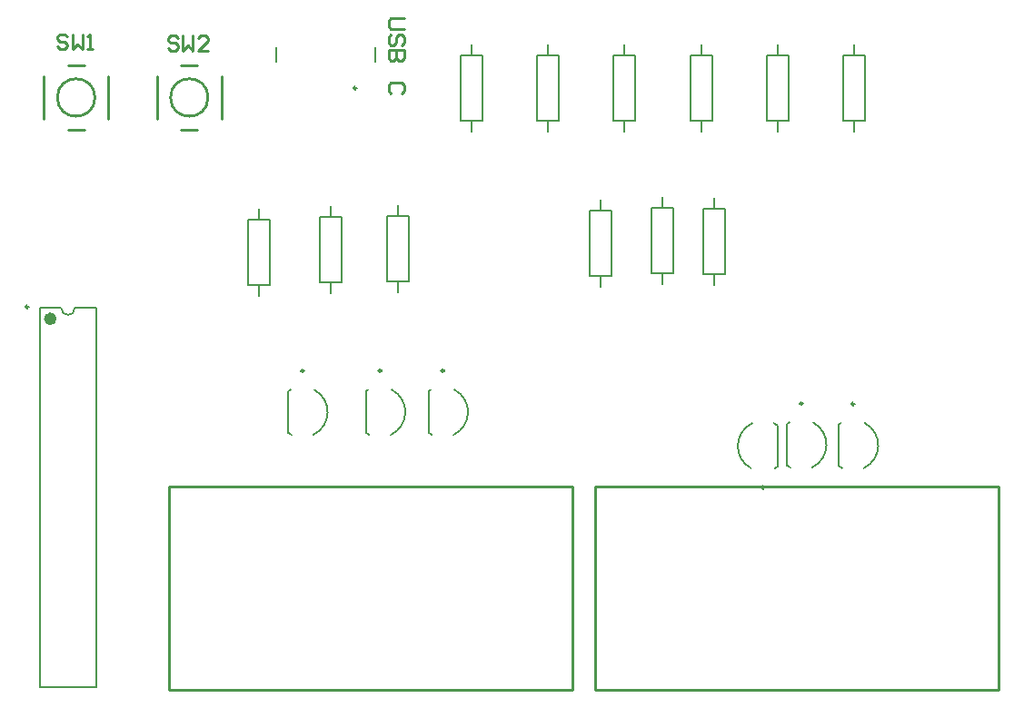
<source format=gto>
G04*
G04 #@! TF.GenerationSoftware,Altium Limited,Altium Designer,24.10.1 (45)*
G04*
G04 Layer_Color=65535*
%FSLAX44Y44*%
%MOMM*%
G71*
G04*
G04 #@! TF.SameCoordinates,C5BE6EB9-D647-4441-8654-D56C766D6CB2*
G04*
G04*
G04 #@! TF.FilePolarity,Positive*
G04*
G01*
G75*
%ADD10C,0.2540*%
%ADD11C,0.2500*%
%ADD12C,0.6000*%
%ADD13C,0.2000*%
D10*
X515340Y815340D02*
G03*
X515340Y815340I-17500J0D01*
G01*
X620750D02*
G03*
X620750Y815340I-17500J0D01*
G01*
X981630Y262890D02*
X1357630D01*
X981630Y452890D02*
X1357630D01*
Y262890D02*
Y452890D01*
X981630Y262890D02*
Y452890D01*
X584120Y262890D02*
X960120D01*
X584120Y452890D02*
X960120D01*
Y262890D02*
Y452890D01*
X584120Y262890D02*
Y452890D01*
X489572Y872075D02*
X487240Y874408D01*
X482575D01*
X480242Y872075D01*
Y869743D01*
X482575Y867410D01*
X487240D01*
X489572Y865077D01*
Y862745D01*
X487240Y860412D01*
X482575D01*
X480242Y862745D01*
X494237Y874408D02*
Y860412D01*
X498903Y865077D01*
X503568Y860412D01*
Y874408D01*
X508233Y860412D02*
X512898D01*
X510565D01*
Y874408D01*
X508233Y872075D01*
X803828Y889315D02*
X791332D01*
X788832Y886815D01*
Y881817D01*
X791332Y879318D01*
X803828D01*
X801328Y864323D02*
X803828Y866822D01*
Y871820D01*
X801328Y874320D01*
X798829D01*
X796330Y871820D01*
Y866822D01*
X793831Y864323D01*
X791332D01*
X788832Y866822D01*
Y871820D01*
X791332Y874320D01*
X803828Y859324D02*
X788832D01*
Y851827D01*
X791332Y849328D01*
X793831D01*
X796330Y851827D01*
Y859324D01*
Y851827D01*
X798829Y849328D01*
X801328D01*
X803828Y851827D01*
Y859324D01*
X801328Y819337D02*
X803828Y821836D01*
Y826835D01*
X801328Y829334D01*
X791332D01*
X788832Y826835D01*
Y821836D01*
X791332Y819337D01*
X592650Y870805D02*
X590317Y873138D01*
X585652D01*
X583319Y870805D01*
Y868473D01*
X585652Y866140D01*
X590317D01*
X592650Y863807D01*
Y861475D01*
X590317Y859142D01*
X585652D01*
X583319Y861475D01*
X597315Y873138D02*
Y859142D01*
X601980Y863807D01*
X606645Y859142D01*
Y873138D01*
X620641Y859142D02*
X611310D01*
X620641Y868473D01*
Y870805D01*
X618308Y873138D01*
X613643D01*
X611310Y870805D01*
D11*
X759000Y824046D02*
G03*
X759000Y824046I-1250J0D01*
G01*
X453370Y620060D02*
G03*
X453370Y620060I-1250J0D01*
G01*
X1222990Y529390D02*
G03*
X1222990Y529390I-1250J0D01*
G01*
X840720Y560470D02*
G03*
X840720Y560470I-1250J0D01*
G01*
X782300D02*
G03*
X782300Y560470I-1250J0D01*
G01*
X709910D02*
G03*
X709910Y560470I-1250J0D01*
G01*
X1174730Y529990D02*
G03*
X1174730Y529990I-1250J0D01*
G01*
X1139170Y451720D02*
G03*
X1139170Y451720I-1250J0D01*
G01*
X490340Y785340D02*
X505340D01*
X490340Y845340D02*
X505340D01*
X527840Y795340D02*
Y835340D01*
X467840Y795340D02*
Y835340D01*
X573250Y795340D02*
Y835340D01*
X633250Y795340D02*
Y835340D01*
X595750Y845340D02*
X610750D01*
X595750Y785340D02*
X610750D01*
D12*
X476720Y608960D02*
G03*
X476720Y608960I-3000J0D01*
G01*
D13*
X483870Y618960D02*
G03*
X496570Y618960I6350J0D01*
G01*
X1210744Y511659D02*
G03*
X1208390Y510230I10996J-20769D01*
G01*
Y471550D02*
G03*
X1211801Y469595I13350J19340D01*
G01*
X1231683Y469597D02*
G03*
X1232740Y511657I-9943J21293D01*
G01*
X849413Y500677D02*
G03*
X850470Y542737I-9943J21293D01*
G01*
X826120Y502630D02*
G03*
X829531Y500675I13350J19340D01*
G01*
X828474Y542739D02*
G03*
X826120Y541310I10996J-20769D01*
G01*
X790993Y500677D02*
G03*
X792050Y542737I-9943J21293D01*
G01*
X767700Y502630D02*
G03*
X771111Y500675I13350J19340D01*
G01*
X770054Y542739D02*
G03*
X767700Y541310I10996J-20769D01*
G01*
X718603Y500677D02*
G03*
X719660Y542737I-9943J21293D01*
G01*
X695310Y502630D02*
G03*
X698721Y500675I13350J19340D01*
G01*
X697664Y542739D02*
G03*
X695310Y541310I10996J-20769D01*
G01*
X1183423Y470197D02*
G03*
X1184480Y512257I-9943J21293D01*
G01*
X1160130Y472150D02*
G03*
X1163541Y470195I13350J19340D01*
G01*
X1162484Y512259D02*
G03*
X1160130Y510830I10996J-20769D01*
G01*
X1127977Y511513D02*
G03*
X1126920Y469453I9943J-21293D01*
G01*
X1151270Y509560D02*
G03*
X1147859Y511515I-13350J-19340D01*
G01*
X1148916Y469451D02*
G03*
X1151270Y470880I-10996J20769D01*
G01*
X776200Y848796D02*
Y862296D01*
X684300Y848796D02*
Y862296D01*
X463720Y264960D02*
X516720D01*
X496570Y618960D02*
X516720D01*
X463720D02*
X483870D01*
X516720Y264960D02*
Y618960D01*
X463720Y264960D02*
Y618960D01*
X1223010Y854710D02*
Y864870D01*
Y783590D02*
Y793750D01*
X1233170D02*
Y854710D01*
X1212850D02*
X1233170D01*
X1212850Y793750D02*
Y854710D01*
Y793750D02*
X1233170D01*
X1208390Y471550D02*
Y510230D01*
X976630Y648970D02*
X996950D01*
X976630D02*
Y709930D01*
X996950D01*
Y648970D02*
Y709930D01*
X986790Y638810D02*
Y648970D01*
Y709930D02*
Y720090D01*
X1033780Y651510D02*
X1054100D01*
X1033780D02*
Y712470D01*
X1054100D01*
Y651510D02*
Y712470D01*
X1043940Y641350D02*
Y651510D01*
Y712470D02*
Y722630D01*
X1082040Y650240D02*
X1102360D01*
X1082040D02*
Y711200D01*
X1102360D01*
Y650240D02*
Y711200D01*
X1092200Y640080D02*
Y650240D01*
Y711200D02*
Y721360D01*
X657860Y640080D02*
X678180D01*
X657860D02*
Y701040D01*
X678180D01*
Y640080D02*
Y701040D01*
X668020Y629920D02*
Y640080D01*
Y701040D02*
Y711200D01*
X725170Y642620D02*
X745490D01*
X725170D02*
Y703580D01*
X745490D01*
Y642620D02*
Y703580D01*
X735330Y632460D02*
Y642620D01*
Y703580D02*
Y713740D01*
X787400Y643890D02*
X807720D01*
X787400D02*
Y704850D01*
X807720D01*
Y643890D02*
Y704850D01*
X797560Y633730D02*
Y643890D01*
Y704850D02*
Y715010D01*
X998728Y793750D02*
X1019048D01*
X998728D02*
Y854710D01*
X1019048D01*
Y793750D02*
Y854710D01*
X1008888Y783590D02*
Y793750D01*
Y854710D02*
Y864870D01*
X927354Y793750D02*
X947674D01*
X927354D02*
Y854710D01*
X947674D01*
Y793750D02*
Y854710D01*
X937514Y783590D02*
Y793750D01*
Y854710D02*
Y864870D01*
X855980Y793750D02*
X876300D01*
X855980D02*
Y854710D01*
X876300D01*
Y793750D02*
Y854710D01*
X866140Y783590D02*
Y793750D01*
Y854710D02*
Y864870D01*
X1141476Y793750D02*
X1161796D01*
X1141476D02*
Y854710D01*
X1161796D01*
Y793750D02*
Y854710D01*
X1151636Y783590D02*
Y793750D01*
Y854710D02*
Y864870D01*
X1070102Y793750D02*
X1090422D01*
X1070102D02*
Y854710D01*
X1090422D01*
Y793750D02*
Y854710D01*
X1080262Y783590D02*
Y793750D01*
Y854710D02*
Y864870D01*
X826120Y502630D02*
Y541310D01*
X767700Y502630D02*
Y541310D01*
X695310Y502630D02*
Y541310D01*
X1160130Y472150D02*
Y510830D01*
X1151270Y470880D02*
Y509560D01*
M02*

</source>
